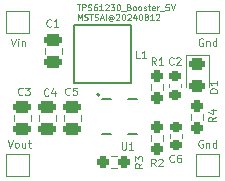
<source format=gbr>
%TF.GenerationSoftware,KiCad,Pcbnew,7.0.10*%
%TF.CreationDate,2024-08-19T14:49:08+08:00*%
%TF.ProjectId,TPS61230_Booster_5V_Layout-240812_JLCPCB,54505336-3132-4333-905f-426f6f737465,rev?*%
%TF.SameCoordinates,Original*%
%TF.FileFunction,Legend,Top*%
%TF.FilePolarity,Positive*%
%FSLAX46Y46*%
G04 Gerber Fmt 4.6, Leading zero omitted, Abs format (unit mm)*
G04 Created by KiCad (PCBNEW 7.0.10) date 2024-08-19 14:49:08*
%MOMM*%
%LPD*%
G01*
G04 APERTURE LIST*
G04 Aperture macros list*
%AMRoundRect*
0 Rectangle with rounded corners*
0 $1 Rounding radius*
0 $2 $3 $4 $5 $6 $7 $8 $9 X,Y pos of 4 corners*
0 Add a 4 corners polygon primitive as box body*
4,1,4,$2,$3,$4,$5,$6,$7,$8,$9,$2,$3,0*
0 Add four circle primitives for the rounded corners*
1,1,$1+$1,$2,$3*
1,1,$1+$1,$4,$5*
1,1,$1+$1,$6,$7*
1,1,$1+$1,$8,$9*
0 Add four rect primitives between the rounded corners*
20,1,$1+$1,$2,$3,$4,$5,0*
20,1,$1+$1,$4,$5,$6,$7,0*
20,1,$1+$1,$6,$7,$8,$9,0*
20,1,$1+$1,$8,$9,$2,$3,0*%
G04 Aperture macros list end*
%ADD10C,0.101600*%
%ADD11C,0.120000*%
%ADD12C,0.127000*%
%ADD13C,0.200000*%
%ADD14C,0.152400*%
%ADD15C,0.203200*%
%ADD16C,0.010000*%
%ADD17RoundRect,0.237500X0.250000X0.237500X-0.250000X0.237500X-0.250000X-0.237500X0.250000X-0.237500X0*%
%ADD18R,1.500000X1.500000*%
%ADD19RoundRect,0.225000X0.250000X-0.225000X0.250000X0.225000X-0.250000X0.225000X-0.250000X-0.225000X0*%
%ADD20RoundRect,0.243750X-0.456250X0.243750X-0.456250X-0.243750X0.456250X-0.243750X0.456250X0.243750X0*%
%ADD21RoundRect,0.237500X0.237500X-0.250000X0.237500X0.250000X-0.237500X0.250000X-0.237500X-0.250000X0*%
%ADD22RoundRect,0.250000X0.475000X-0.250000X0.475000X0.250000X-0.475000X0.250000X-0.475000X-0.250000X0*%
%ADD23R,3.708400X1.092200*%
%ADD24RoundRect,0.250000X-0.475000X0.250000X-0.475000X-0.250000X0.475000X-0.250000X0.475000X0.250000X0*%
G04 APERTURE END LIST*
D10*
X146397451Y-61059642D02*
X146336975Y-61029404D01*
X146336975Y-61029404D02*
X146246261Y-61029404D01*
X146246261Y-61029404D02*
X146155546Y-61059642D01*
X146155546Y-61059642D02*
X146095070Y-61120118D01*
X146095070Y-61120118D02*
X146064832Y-61180594D01*
X146064832Y-61180594D02*
X146034594Y-61301546D01*
X146034594Y-61301546D02*
X146034594Y-61392261D01*
X146034594Y-61392261D02*
X146064832Y-61513213D01*
X146064832Y-61513213D02*
X146095070Y-61573689D01*
X146095070Y-61573689D02*
X146155546Y-61634166D01*
X146155546Y-61634166D02*
X146246261Y-61664404D01*
X146246261Y-61664404D02*
X146306737Y-61664404D01*
X146306737Y-61664404D02*
X146397451Y-61634166D01*
X146397451Y-61634166D02*
X146427689Y-61603927D01*
X146427689Y-61603927D02*
X146427689Y-61392261D01*
X146427689Y-61392261D02*
X146306737Y-61392261D01*
X146699832Y-61241070D02*
X146699832Y-61664404D01*
X146699832Y-61301546D02*
X146730070Y-61271308D01*
X146730070Y-61271308D02*
X146790546Y-61241070D01*
X146790546Y-61241070D02*
X146881261Y-61241070D01*
X146881261Y-61241070D02*
X146941737Y-61271308D01*
X146941737Y-61271308D02*
X146971975Y-61331785D01*
X146971975Y-61331785D02*
X146971975Y-61664404D01*
X147546499Y-61664404D02*
X147546499Y-61029404D01*
X147546499Y-61634166D02*
X147486023Y-61664404D01*
X147486023Y-61664404D02*
X147365070Y-61664404D01*
X147365070Y-61664404D02*
X147304594Y-61634166D01*
X147304594Y-61634166D02*
X147274356Y-61603927D01*
X147274356Y-61603927D02*
X147244118Y-61543451D01*
X147244118Y-61543451D02*
X147244118Y-61362023D01*
X147244118Y-61362023D02*
X147274356Y-61301546D01*
X147274356Y-61301546D02*
X147304594Y-61271308D01*
X147304594Y-61271308D02*
X147365070Y-61241070D01*
X147365070Y-61241070D02*
X147486023Y-61241070D01*
X147486023Y-61241070D02*
X147546499Y-61271308D01*
X130149918Y-61054804D02*
X130361584Y-61689804D01*
X130361584Y-61689804D02*
X130573251Y-61054804D01*
X130784918Y-61689804D02*
X130784918Y-61266470D01*
X130784918Y-61054804D02*
X130754680Y-61085042D01*
X130754680Y-61085042D02*
X130784918Y-61115280D01*
X130784918Y-61115280D02*
X130815156Y-61085042D01*
X130815156Y-61085042D02*
X130784918Y-61054804D01*
X130784918Y-61054804D02*
X130784918Y-61115280D01*
X131087299Y-61266470D02*
X131087299Y-61689804D01*
X131087299Y-61326946D02*
X131117537Y-61296708D01*
X131117537Y-61296708D02*
X131178013Y-61266470D01*
X131178013Y-61266470D02*
X131268728Y-61266470D01*
X131268728Y-61266470D02*
X131329204Y-61296708D01*
X131329204Y-61296708D02*
X131359442Y-61357185D01*
X131359442Y-61357185D02*
X131359442Y-61689804D01*
X135725822Y-58144266D02*
X136016108Y-58144266D01*
X135870965Y-58652266D02*
X135870965Y-58144266D01*
X136185442Y-58652266D02*
X136185442Y-58144266D01*
X136185442Y-58144266D02*
X136378966Y-58144266D01*
X136378966Y-58144266D02*
X136427347Y-58168456D01*
X136427347Y-58168456D02*
X136451537Y-58192647D01*
X136451537Y-58192647D02*
X136475728Y-58241028D01*
X136475728Y-58241028D02*
X136475728Y-58313599D01*
X136475728Y-58313599D02*
X136451537Y-58361980D01*
X136451537Y-58361980D02*
X136427347Y-58386171D01*
X136427347Y-58386171D02*
X136378966Y-58410361D01*
X136378966Y-58410361D02*
X136185442Y-58410361D01*
X136669251Y-58628076D02*
X136741823Y-58652266D01*
X136741823Y-58652266D02*
X136862775Y-58652266D01*
X136862775Y-58652266D02*
X136911156Y-58628076D01*
X136911156Y-58628076D02*
X136935347Y-58603885D01*
X136935347Y-58603885D02*
X136959537Y-58555504D01*
X136959537Y-58555504D02*
X136959537Y-58507123D01*
X136959537Y-58507123D02*
X136935347Y-58458742D01*
X136935347Y-58458742D02*
X136911156Y-58434552D01*
X136911156Y-58434552D02*
X136862775Y-58410361D01*
X136862775Y-58410361D02*
X136766013Y-58386171D01*
X136766013Y-58386171D02*
X136717632Y-58361980D01*
X136717632Y-58361980D02*
X136693442Y-58337790D01*
X136693442Y-58337790D02*
X136669251Y-58289409D01*
X136669251Y-58289409D02*
X136669251Y-58241028D01*
X136669251Y-58241028D02*
X136693442Y-58192647D01*
X136693442Y-58192647D02*
X136717632Y-58168456D01*
X136717632Y-58168456D02*
X136766013Y-58144266D01*
X136766013Y-58144266D02*
X136886966Y-58144266D01*
X136886966Y-58144266D02*
X136959537Y-58168456D01*
X137394966Y-58144266D02*
X137298204Y-58144266D01*
X137298204Y-58144266D02*
X137249823Y-58168456D01*
X137249823Y-58168456D02*
X137225633Y-58192647D01*
X137225633Y-58192647D02*
X137177252Y-58265218D01*
X137177252Y-58265218D02*
X137153061Y-58361980D01*
X137153061Y-58361980D02*
X137153061Y-58555504D01*
X137153061Y-58555504D02*
X137177252Y-58603885D01*
X137177252Y-58603885D02*
X137201442Y-58628076D01*
X137201442Y-58628076D02*
X137249823Y-58652266D01*
X137249823Y-58652266D02*
X137346585Y-58652266D01*
X137346585Y-58652266D02*
X137394966Y-58628076D01*
X137394966Y-58628076D02*
X137419157Y-58603885D01*
X137419157Y-58603885D02*
X137443347Y-58555504D01*
X137443347Y-58555504D02*
X137443347Y-58434552D01*
X137443347Y-58434552D02*
X137419157Y-58386171D01*
X137419157Y-58386171D02*
X137394966Y-58361980D01*
X137394966Y-58361980D02*
X137346585Y-58337790D01*
X137346585Y-58337790D02*
X137249823Y-58337790D01*
X137249823Y-58337790D02*
X137201442Y-58361980D01*
X137201442Y-58361980D02*
X137177252Y-58386171D01*
X137177252Y-58386171D02*
X137153061Y-58434552D01*
X137927157Y-58652266D02*
X137636871Y-58652266D01*
X137782014Y-58652266D02*
X137782014Y-58144266D01*
X137782014Y-58144266D02*
X137733633Y-58216837D01*
X137733633Y-58216837D02*
X137685252Y-58265218D01*
X137685252Y-58265218D02*
X137636871Y-58289409D01*
X138120681Y-58192647D02*
X138144872Y-58168456D01*
X138144872Y-58168456D02*
X138193253Y-58144266D01*
X138193253Y-58144266D02*
X138314205Y-58144266D01*
X138314205Y-58144266D02*
X138362586Y-58168456D01*
X138362586Y-58168456D02*
X138386777Y-58192647D01*
X138386777Y-58192647D02*
X138410967Y-58241028D01*
X138410967Y-58241028D02*
X138410967Y-58289409D01*
X138410967Y-58289409D02*
X138386777Y-58361980D01*
X138386777Y-58361980D02*
X138096491Y-58652266D01*
X138096491Y-58652266D02*
X138410967Y-58652266D01*
X138580301Y-58144266D02*
X138894777Y-58144266D01*
X138894777Y-58144266D02*
X138725444Y-58337790D01*
X138725444Y-58337790D02*
X138798015Y-58337790D01*
X138798015Y-58337790D02*
X138846396Y-58361980D01*
X138846396Y-58361980D02*
X138870587Y-58386171D01*
X138870587Y-58386171D02*
X138894777Y-58434552D01*
X138894777Y-58434552D02*
X138894777Y-58555504D01*
X138894777Y-58555504D02*
X138870587Y-58603885D01*
X138870587Y-58603885D02*
X138846396Y-58628076D01*
X138846396Y-58628076D02*
X138798015Y-58652266D01*
X138798015Y-58652266D02*
X138652872Y-58652266D01*
X138652872Y-58652266D02*
X138604491Y-58628076D01*
X138604491Y-58628076D02*
X138580301Y-58603885D01*
X139209254Y-58144266D02*
X139257635Y-58144266D01*
X139257635Y-58144266D02*
X139306016Y-58168456D01*
X139306016Y-58168456D02*
X139330206Y-58192647D01*
X139330206Y-58192647D02*
X139354397Y-58241028D01*
X139354397Y-58241028D02*
X139378587Y-58337790D01*
X139378587Y-58337790D02*
X139378587Y-58458742D01*
X139378587Y-58458742D02*
X139354397Y-58555504D01*
X139354397Y-58555504D02*
X139330206Y-58603885D01*
X139330206Y-58603885D02*
X139306016Y-58628076D01*
X139306016Y-58628076D02*
X139257635Y-58652266D01*
X139257635Y-58652266D02*
X139209254Y-58652266D01*
X139209254Y-58652266D02*
X139160873Y-58628076D01*
X139160873Y-58628076D02*
X139136682Y-58603885D01*
X139136682Y-58603885D02*
X139112492Y-58555504D01*
X139112492Y-58555504D02*
X139088301Y-58458742D01*
X139088301Y-58458742D02*
X139088301Y-58337790D01*
X139088301Y-58337790D02*
X139112492Y-58241028D01*
X139112492Y-58241028D02*
X139136682Y-58192647D01*
X139136682Y-58192647D02*
X139160873Y-58168456D01*
X139160873Y-58168456D02*
X139209254Y-58144266D01*
X139475350Y-58700647D02*
X139862397Y-58700647D01*
X140152683Y-58386171D02*
X140225255Y-58410361D01*
X140225255Y-58410361D02*
X140249445Y-58434552D01*
X140249445Y-58434552D02*
X140273636Y-58482933D01*
X140273636Y-58482933D02*
X140273636Y-58555504D01*
X140273636Y-58555504D02*
X140249445Y-58603885D01*
X140249445Y-58603885D02*
X140225255Y-58628076D01*
X140225255Y-58628076D02*
X140176874Y-58652266D01*
X140176874Y-58652266D02*
X139983350Y-58652266D01*
X139983350Y-58652266D02*
X139983350Y-58144266D01*
X139983350Y-58144266D02*
X140152683Y-58144266D01*
X140152683Y-58144266D02*
X140201064Y-58168456D01*
X140201064Y-58168456D02*
X140225255Y-58192647D01*
X140225255Y-58192647D02*
X140249445Y-58241028D01*
X140249445Y-58241028D02*
X140249445Y-58289409D01*
X140249445Y-58289409D02*
X140225255Y-58337790D01*
X140225255Y-58337790D02*
X140201064Y-58361980D01*
X140201064Y-58361980D02*
X140152683Y-58386171D01*
X140152683Y-58386171D02*
X139983350Y-58386171D01*
X140563921Y-58652266D02*
X140515540Y-58628076D01*
X140515540Y-58628076D02*
X140491350Y-58603885D01*
X140491350Y-58603885D02*
X140467159Y-58555504D01*
X140467159Y-58555504D02*
X140467159Y-58410361D01*
X140467159Y-58410361D02*
X140491350Y-58361980D01*
X140491350Y-58361980D02*
X140515540Y-58337790D01*
X140515540Y-58337790D02*
X140563921Y-58313599D01*
X140563921Y-58313599D02*
X140636493Y-58313599D01*
X140636493Y-58313599D02*
X140684874Y-58337790D01*
X140684874Y-58337790D02*
X140709064Y-58361980D01*
X140709064Y-58361980D02*
X140733255Y-58410361D01*
X140733255Y-58410361D02*
X140733255Y-58555504D01*
X140733255Y-58555504D02*
X140709064Y-58603885D01*
X140709064Y-58603885D02*
X140684874Y-58628076D01*
X140684874Y-58628076D02*
X140636493Y-58652266D01*
X140636493Y-58652266D02*
X140563921Y-58652266D01*
X141023540Y-58652266D02*
X140975159Y-58628076D01*
X140975159Y-58628076D02*
X140950969Y-58603885D01*
X140950969Y-58603885D02*
X140926778Y-58555504D01*
X140926778Y-58555504D02*
X140926778Y-58410361D01*
X140926778Y-58410361D02*
X140950969Y-58361980D01*
X140950969Y-58361980D02*
X140975159Y-58337790D01*
X140975159Y-58337790D02*
X141023540Y-58313599D01*
X141023540Y-58313599D02*
X141096112Y-58313599D01*
X141096112Y-58313599D02*
X141144493Y-58337790D01*
X141144493Y-58337790D02*
X141168683Y-58361980D01*
X141168683Y-58361980D02*
X141192874Y-58410361D01*
X141192874Y-58410361D02*
X141192874Y-58555504D01*
X141192874Y-58555504D02*
X141168683Y-58603885D01*
X141168683Y-58603885D02*
X141144493Y-58628076D01*
X141144493Y-58628076D02*
X141096112Y-58652266D01*
X141096112Y-58652266D02*
X141023540Y-58652266D01*
X141386397Y-58628076D02*
X141434778Y-58652266D01*
X141434778Y-58652266D02*
X141531540Y-58652266D01*
X141531540Y-58652266D02*
X141579921Y-58628076D01*
X141579921Y-58628076D02*
X141604112Y-58579695D01*
X141604112Y-58579695D02*
X141604112Y-58555504D01*
X141604112Y-58555504D02*
X141579921Y-58507123D01*
X141579921Y-58507123D02*
X141531540Y-58482933D01*
X141531540Y-58482933D02*
X141458969Y-58482933D01*
X141458969Y-58482933D02*
X141410588Y-58458742D01*
X141410588Y-58458742D02*
X141386397Y-58410361D01*
X141386397Y-58410361D02*
X141386397Y-58386171D01*
X141386397Y-58386171D02*
X141410588Y-58337790D01*
X141410588Y-58337790D02*
X141458969Y-58313599D01*
X141458969Y-58313599D02*
X141531540Y-58313599D01*
X141531540Y-58313599D02*
X141579921Y-58337790D01*
X141749254Y-58313599D02*
X141942778Y-58313599D01*
X141821826Y-58144266D02*
X141821826Y-58579695D01*
X141821826Y-58579695D02*
X141846016Y-58628076D01*
X141846016Y-58628076D02*
X141894397Y-58652266D01*
X141894397Y-58652266D02*
X141942778Y-58652266D01*
X142305636Y-58628076D02*
X142257255Y-58652266D01*
X142257255Y-58652266D02*
X142160493Y-58652266D01*
X142160493Y-58652266D02*
X142112112Y-58628076D01*
X142112112Y-58628076D02*
X142087921Y-58579695D01*
X142087921Y-58579695D02*
X142087921Y-58386171D01*
X142087921Y-58386171D02*
X142112112Y-58337790D01*
X142112112Y-58337790D02*
X142160493Y-58313599D01*
X142160493Y-58313599D02*
X142257255Y-58313599D01*
X142257255Y-58313599D02*
X142305636Y-58337790D01*
X142305636Y-58337790D02*
X142329826Y-58386171D01*
X142329826Y-58386171D02*
X142329826Y-58434552D01*
X142329826Y-58434552D02*
X142087921Y-58482933D01*
X142547541Y-58652266D02*
X142547541Y-58313599D01*
X142547541Y-58410361D02*
X142571731Y-58361980D01*
X142571731Y-58361980D02*
X142595922Y-58337790D01*
X142595922Y-58337790D02*
X142644303Y-58313599D01*
X142644303Y-58313599D02*
X142692684Y-58313599D01*
X142741065Y-58700647D02*
X143128112Y-58700647D01*
X143490970Y-58144266D02*
X143249065Y-58144266D01*
X143249065Y-58144266D02*
X143224874Y-58386171D01*
X143224874Y-58386171D02*
X143249065Y-58361980D01*
X143249065Y-58361980D02*
X143297446Y-58337790D01*
X143297446Y-58337790D02*
X143418398Y-58337790D01*
X143418398Y-58337790D02*
X143466779Y-58361980D01*
X143466779Y-58361980D02*
X143490970Y-58386171D01*
X143490970Y-58386171D02*
X143515160Y-58434552D01*
X143515160Y-58434552D02*
X143515160Y-58555504D01*
X143515160Y-58555504D02*
X143490970Y-58603885D01*
X143490970Y-58603885D02*
X143466779Y-58628076D01*
X143466779Y-58628076D02*
X143418398Y-58652266D01*
X143418398Y-58652266D02*
X143297446Y-58652266D01*
X143297446Y-58652266D02*
X143249065Y-58628076D01*
X143249065Y-58628076D02*
X143224874Y-58603885D01*
X143660303Y-58144266D02*
X143829637Y-58652266D01*
X143829637Y-58652266D02*
X143998970Y-58144266D01*
X135798394Y-59470146D02*
X135798394Y-58962146D01*
X135798394Y-58962146D02*
X135967727Y-59325003D01*
X135967727Y-59325003D02*
X136137061Y-58962146D01*
X136137061Y-58962146D02*
X136137061Y-59470146D01*
X136354774Y-59445956D02*
X136427346Y-59470146D01*
X136427346Y-59470146D02*
X136548298Y-59470146D01*
X136548298Y-59470146D02*
X136596679Y-59445956D01*
X136596679Y-59445956D02*
X136620870Y-59421765D01*
X136620870Y-59421765D02*
X136645060Y-59373384D01*
X136645060Y-59373384D02*
X136645060Y-59325003D01*
X136645060Y-59325003D02*
X136620870Y-59276622D01*
X136620870Y-59276622D02*
X136596679Y-59252432D01*
X136596679Y-59252432D02*
X136548298Y-59228241D01*
X136548298Y-59228241D02*
X136451536Y-59204051D01*
X136451536Y-59204051D02*
X136403155Y-59179860D01*
X136403155Y-59179860D02*
X136378965Y-59155670D01*
X136378965Y-59155670D02*
X136354774Y-59107289D01*
X136354774Y-59107289D02*
X136354774Y-59058908D01*
X136354774Y-59058908D02*
X136378965Y-59010527D01*
X136378965Y-59010527D02*
X136403155Y-58986336D01*
X136403155Y-58986336D02*
X136451536Y-58962146D01*
X136451536Y-58962146D02*
X136572489Y-58962146D01*
X136572489Y-58962146D02*
X136645060Y-58986336D01*
X136790203Y-58962146D02*
X137080489Y-58962146D01*
X136935346Y-59470146D02*
X136935346Y-58962146D01*
X137225632Y-59445956D02*
X137298204Y-59470146D01*
X137298204Y-59470146D02*
X137419156Y-59470146D01*
X137419156Y-59470146D02*
X137467537Y-59445956D01*
X137467537Y-59445956D02*
X137491728Y-59421765D01*
X137491728Y-59421765D02*
X137515918Y-59373384D01*
X137515918Y-59373384D02*
X137515918Y-59325003D01*
X137515918Y-59325003D02*
X137491728Y-59276622D01*
X137491728Y-59276622D02*
X137467537Y-59252432D01*
X137467537Y-59252432D02*
X137419156Y-59228241D01*
X137419156Y-59228241D02*
X137322394Y-59204051D01*
X137322394Y-59204051D02*
X137274013Y-59179860D01*
X137274013Y-59179860D02*
X137249823Y-59155670D01*
X137249823Y-59155670D02*
X137225632Y-59107289D01*
X137225632Y-59107289D02*
X137225632Y-59058908D01*
X137225632Y-59058908D02*
X137249823Y-59010527D01*
X137249823Y-59010527D02*
X137274013Y-58986336D01*
X137274013Y-58986336D02*
X137322394Y-58962146D01*
X137322394Y-58962146D02*
X137443347Y-58962146D01*
X137443347Y-58962146D02*
X137515918Y-58986336D01*
X137709442Y-59325003D02*
X137951347Y-59325003D01*
X137661061Y-59470146D02*
X137830395Y-58962146D01*
X137830395Y-58962146D02*
X137999728Y-59470146D01*
X138169062Y-59470146D02*
X138169062Y-58962146D01*
X138725443Y-59228241D02*
X138701253Y-59204051D01*
X138701253Y-59204051D02*
X138652872Y-59179860D01*
X138652872Y-59179860D02*
X138604491Y-59179860D01*
X138604491Y-59179860D02*
X138556110Y-59204051D01*
X138556110Y-59204051D02*
X138531919Y-59228241D01*
X138531919Y-59228241D02*
X138507729Y-59276622D01*
X138507729Y-59276622D02*
X138507729Y-59325003D01*
X138507729Y-59325003D02*
X138531919Y-59373384D01*
X138531919Y-59373384D02*
X138556110Y-59397575D01*
X138556110Y-59397575D02*
X138604491Y-59421765D01*
X138604491Y-59421765D02*
X138652872Y-59421765D01*
X138652872Y-59421765D02*
X138701253Y-59397575D01*
X138701253Y-59397575D02*
X138725443Y-59373384D01*
X138725443Y-59179860D02*
X138725443Y-59373384D01*
X138725443Y-59373384D02*
X138749634Y-59397575D01*
X138749634Y-59397575D02*
X138773824Y-59397575D01*
X138773824Y-59397575D02*
X138822205Y-59373384D01*
X138822205Y-59373384D02*
X138846395Y-59325003D01*
X138846395Y-59325003D02*
X138846395Y-59204051D01*
X138846395Y-59204051D02*
X138798015Y-59131479D01*
X138798015Y-59131479D02*
X138725443Y-59083098D01*
X138725443Y-59083098D02*
X138628681Y-59058908D01*
X138628681Y-59058908D02*
X138531919Y-59083098D01*
X138531919Y-59083098D02*
X138459348Y-59131479D01*
X138459348Y-59131479D02*
X138410967Y-59204051D01*
X138410967Y-59204051D02*
X138386776Y-59300813D01*
X138386776Y-59300813D02*
X138410967Y-59397575D01*
X138410967Y-59397575D02*
X138459348Y-59470146D01*
X138459348Y-59470146D02*
X138531919Y-59518527D01*
X138531919Y-59518527D02*
X138628681Y-59542717D01*
X138628681Y-59542717D02*
X138725443Y-59518527D01*
X138725443Y-59518527D02*
X138798015Y-59470146D01*
X139039919Y-59010527D02*
X139064110Y-58986336D01*
X139064110Y-58986336D02*
X139112491Y-58962146D01*
X139112491Y-58962146D02*
X139233443Y-58962146D01*
X139233443Y-58962146D02*
X139281824Y-58986336D01*
X139281824Y-58986336D02*
X139306015Y-59010527D01*
X139306015Y-59010527D02*
X139330205Y-59058908D01*
X139330205Y-59058908D02*
X139330205Y-59107289D01*
X139330205Y-59107289D02*
X139306015Y-59179860D01*
X139306015Y-59179860D02*
X139015729Y-59470146D01*
X139015729Y-59470146D02*
X139330205Y-59470146D01*
X139644682Y-58962146D02*
X139693063Y-58962146D01*
X139693063Y-58962146D02*
X139741444Y-58986336D01*
X139741444Y-58986336D02*
X139765634Y-59010527D01*
X139765634Y-59010527D02*
X139789825Y-59058908D01*
X139789825Y-59058908D02*
X139814015Y-59155670D01*
X139814015Y-59155670D02*
X139814015Y-59276622D01*
X139814015Y-59276622D02*
X139789825Y-59373384D01*
X139789825Y-59373384D02*
X139765634Y-59421765D01*
X139765634Y-59421765D02*
X139741444Y-59445956D01*
X139741444Y-59445956D02*
X139693063Y-59470146D01*
X139693063Y-59470146D02*
X139644682Y-59470146D01*
X139644682Y-59470146D02*
X139596301Y-59445956D01*
X139596301Y-59445956D02*
X139572110Y-59421765D01*
X139572110Y-59421765D02*
X139547920Y-59373384D01*
X139547920Y-59373384D02*
X139523729Y-59276622D01*
X139523729Y-59276622D02*
X139523729Y-59155670D01*
X139523729Y-59155670D02*
X139547920Y-59058908D01*
X139547920Y-59058908D02*
X139572110Y-59010527D01*
X139572110Y-59010527D02*
X139596301Y-58986336D01*
X139596301Y-58986336D02*
X139644682Y-58962146D01*
X140007539Y-59010527D02*
X140031730Y-58986336D01*
X140031730Y-58986336D02*
X140080111Y-58962146D01*
X140080111Y-58962146D02*
X140201063Y-58962146D01*
X140201063Y-58962146D02*
X140249444Y-58986336D01*
X140249444Y-58986336D02*
X140273635Y-59010527D01*
X140273635Y-59010527D02*
X140297825Y-59058908D01*
X140297825Y-59058908D02*
X140297825Y-59107289D01*
X140297825Y-59107289D02*
X140273635Y-59179860D01*
X140273635Y-59179860D02*
X139983349Y-59470146D01*
X139983349Y-59470146D02*
X140297825Y-59470146D01*
X140733254Y-59131479D02*
X140733254Y-59470146D01*
X140612302Y-58937956D02*
X140491349Y-59300813D01*
X140491349Y-59300813D02*
X140805826Y-59300813D01*
X141096112Y-58962146D02*
X141144493Y-58962146D01*
X141144493Y-58962146D02*
X141192874Y-58986336D01*
X141192874Y-58986336D02*
X141217064Y-59010527D01*
X141217064Y-59010527D02*
X141241255Y-59058908D01*
X141241255Y-59058908D02*
X141265445Y-59155670D01*
X141265445Y-59155670D02*
X141265445Y-59276622D01*
X141265445Y-59276622D02*
X141241255Y-59373384D01*
X141241255Y-59373384D02*
X141217064Y-59421765D01*
X141217064Y-59421765D02*
X141192874Y-59445956D01*
X141192874Y-59445956D02*
X141144493Y-59470146D01*
X141144493Y-59470146D02*
X141096112Y-59470146D01*
X141096112Y-59470146D02*
X141047731Y-59445956D01*
X141047731Y-59445956D02*
X141023540Y-59421765D01*
X141023540Y-59421765D02*
X140999350Y-59373384D01*
X140999350Y-59373384D02*
X140975159Y-59276622D01*
X140975159Y-59276622D02*
X140975159Y-59155670D01*
X140975159Y-59155670D02*
X140999350Y-59058908D01*
X140999350Y-59058908D02*
X141023540Y-59010527D01*
X141023540Y-59010527D02*
X141047731Y-58986336D01*
X141047731Y-58986336D02*
X141096112Y-58962146D01*
X141555731Y-59179860D02*
X141507350Y-59155670D01*
X141507350Y-59155670D02*
X141483160Y-59131479D01*
X141483160Y-59131479D02*
X141458969Y-59083098D01*
X141458969Y-59083098D02*
X141458969Y-59058908D01*
X141458969Y-59058908D02*
X141483160Y-59010527D01*
X141483160Y-59010527D02*
X141507350Y-58986336D01*
X141507350Y-58986336D02*
X141555731Y-58962146D01*
X141555731Y-58962146D02*
X141652493Y-58962146D01*
X141652493Y-58962146D02*
X141700874Y-58986336D01*
X141700874Y-58986336D02*
X141725065Y-59010527D01*
X141725065Y-59010527D02*
X141749255Y-59058908D01*
X141749255Y-59058908D02*
X141749255Y-59083098D01*
X141749255Y-59083098D02*
X141725065Y-59131479D01*
X141725065Y-59131479D02*
X141700874Y-59155670D01*
X141700874Y-59155670D02*
X141652493Y-59179860D01*
X141652493Y-59179860D02*
X141555731Y-59179860D01*
X141555731Y-59179860D02*
X141507350Y-59204051D01*
X141507350Y-59204051D02*
X141483160Y-59228241D01*
X141483160Y-59228241D02*
X141458969Y-59276622D01*
X141458969Y-59276622D02*
X141458969Y-59373384D01*
X141458969Y-59373384D02*
X141483160Y-59421765D01*
X141483160Y-59421765D02*
X141507350Y-59445956D01*
X141507350Y-59445956D02*
X141555731Y-59470146D01*
X141555731Y-59470146D02*
X141652493Y-59470146D01*
X141652493Y-59470146D02*
X141700874Y-59445956D01*
X141700874Y-59445956D02*
X141725065Y-59421765D01*
X141725065Y-59421765D02*
X141749255Y-59373384D01*
X141749255Y-59373384D02*
X141749255Y-59276622D01*
X141749255Y-59276622D02*
X141725065Y-59228241D01*
X141725065Y-59228241D02*
X141700874Y-59204051D01*
X141700874Y-59204051D02*
X141652493Y-59179860D01*
X142233065Y-59470146D02*
X141942779Y-59470146D01*
X142087922Y-59470146D02*
X142087922Y-58962146D01*
X142087922Y-58962146D02*
X142039541Y-59034717D01*
X142039541Y-59034717D02*
X141991160Y-59083098D01*
X141991160Y-59083098D02*
X141942779Y-59107289D01*
X142426589Y-59010527D02*
X142450780Y-58986336D01*
X142450780Y-58986336D02*
X142499161Y-58962146D01*
X142499161Y-58962146D02*
X142620113Y-58962146D01*
X142620113Y-58962146D02*
X142668494Y-58986336D01*
X142668494Y-58986336D02*
X142692685Y-59010527D01*
X142692685Y-59010527D02*
X142716875Y-59058908D01*
X142716875Y-59058908D02*
X142716875Y-59107289D01*
X142716875Y-59107289D02*
X142692685Y-59179860D01*
X142692685Y-59179860D02*
X142402399Y-59470146D01*
X142402399Y-59470146D02*
X142716875Y-59470146D01*
X146372051Y-69670242D02*
X146311575Y-69640004D01*
X146311575Y-69640004D02*
X146220861Y-69640004D01*
X146220861Y-69640004D02*
X146130146Y-69670242D01*
X146130146Y-69670242D02*
X146069670Y-69730718D01*
X146069670Y-69730718D02*
X146039432Y-69791194D01*
X146039432Y-69791194D02*
X146009194Y-69912146D01*
X146009194Y-69912146D02*
X146009194Y-70002861D01*
X146009194Y-70002861D02*
X146039432Y-70123813D01*
X146039432Y-70123813D02*
X146069670Y-70184289D01*
X146069670Y-70184289D02*
X146130146Y-70244766D01*
X146130146Y-70244766D02*
X146220861Y-70275004D01*
X146220861Y-70275004D02*
X146281337Y-70275004D01*
X146281337Y-70275004D02*
X146372051Y-70244766D01*
X146372051Y-70244766D02*
X146402289Y-70214527D01*
X146402289Y-70214527D02*
X146402289Y-70002861D01*
X146402289Y-70002861D02*
X146281337Y-70002861D01*
X146674432Y-69851670D02*
X146674432Y-70275004D01*
X146674432Y-69912146D02*
X146704670Y-69881908D01*
X146704670Y-69881908D02*
X146765146Y-69851670D01*
X146765146Y-69851670D02*
X146855861Y-69851670D01*
X146855861Y-69851670D02*
X146916337Y-69881908D01*
X146916337Y-69881908D02*
X146946575Y-69942385D01*
X146946575Y-69942385D02*
X146946575Y-70275004D01*
X147521099Y-70275004D02*
X147521099Y-69640004D01*
X147521099Y-70244766D02*
X147460623Y-70275004D01*
X147460623Y-70275004D02*
X147339670Y-70275004D01*
X147339670Y-70275004D02*
X147279194Y-70244766D01*
X147279194Y-70244766D02*
X147248956Y-70214527D01*
X147248956Y-70214527D02*
X147218718Y-70154051D01*
X147218718Y-70154051D02*
X147218718Y-69972623D01*
X147218718Y-69972623D02*
X147248956Y-69912146D01*
X147248956Y-69912146D02*
X147279194Y-69881908D01*
X147279194Y-69881908D02*
X147339670Y-69851670D01*
X147339670Y-69851670D02*
X147460623Y-69851670D01*
X147460623Y-69851670D02*
X147521099Y-69881908D01*
X129870518Y-69640004D02*
X130082184Y-70275004D01*
X130082184Y-70275004D02*
X130293851Y-69640004D01*
X130596232Y-70275004D02*
X130535756Y-70244766D01*
X130535756Y-70244766D02*
X130505518Y-70214527D01*
X130505518Y-70214527D02*
X130475280Y-70154051D01*
X130475280Y-70154051D02*
X130475280Y-69972623D01*
X130475280Y-69972623D02*
X130505518Y-69912146D01*
X130505518Y-69912146D02*
X130535756Y-69881908D01*
X130535756Y-69881908D02*
X130596232Y-69851670D01*
X130596232Y-69851670D02*
X130686947Y-69851670D01*
X130686947Y-69851670D02*
X130747423Y-69881908D01*
X130747423Y-69881908D02*
X130777661Y-69912146D01*
X130777661Y-69912146D02*
X130807899Y-69972623D01*
X130807899Y-69972623D02*
X130807899Y-70154051D01*
X130807899Y-70154051D02*
X130777661Y-70214527D01*
X130777661Y-70214527D02*
X130747423Y-70244766D01*
X130747423Y-70244766D02*
X130686947Y-70275004D01*
X130686947Y-70275004D02*
X130596232Y-70275004D01*
X131352185Y-69851670D02*
X131352185Y-70275004D01*
X131080042Y-69851670D02*
X131080042Y-70184289D01*
X131080042Y-70184289D02*
X131110280Y-70244766D01*
X131110280Y-70244766D02*
X131170756Y-70275004D01*
X131170756Y-70275004D02*
X131261471Y-70275004D01*
X131261471Y-70275004D02*
X131321947Y-70244766D01*
X131321947Y-70244766D02*
X131352185Y-70214527D01*
X131563852Y-69851670D02*
X131805756Y-69851670D01*
X131654566Y-69640004D02*
X131654566Y-70184289D01*
X131654566Y-70184289D02*
X131684804Y-70244766D01*
X131684804Y-70244766D02*
X131745280Y-70275004D01*
X131745280Y-70275004D02*
X131805756Y-70275004D01*
X141278979Y-71606833D02*
X140976598Y-71818500D01*
X141278979Y-71969690D02*
X140643979Y-71969690D01*
X140643979Y-71969690D02*
X140643979Y-71727785D01*
X140643979Y-71727785D02*
X140674217Y-71667309D01*
X140674217Y-71667309D02*
X140704455Y-71637071D01*
X140704455Y-71637071D02*
X140764931Y-71606833D01*
X140764931Y-71606833D02*
X140855645Y-71606833D01*
X140855645Y-71606833D02*
X140916121Y-71637071D01*
X140916121Y-71637071D02*
X140946360Y-71667309D01*
X140946360Y-71667309D02*
X140976598Y-71727785D01*
X140976598Y-71727785D02*
X140976598Y-71969690D01*
X140643979Y-71395166D02*
X140643979Y-71002071D01*
X140643979Y-71002071D02*
X140885883Y-71213738D01*
X140885883Y-71213738D02*
X140885883Y-71123023D01*
X140885883Y-71123023D02*
X140916121Y-71062547D01*
X140916121Y-71062547D02*
X140946360Y-71032309D01*
X140946360Y-71032309D02*
X141006836Y-71002071D01*
X141006836Y-71002071D02*
X141158026Y-71002071D01*
X141158026Y-71002071D02*
X141218502Y-71032309D01*
X141218502Y-71032309D02*
X141248741Y-71062547D01*
X141248741Y-71062547D02*
X141278979Y-71123023D01*
X141278979Y-71123023D02*
X141278979Y-71304452D01*
X141278979Y-71304452D02*
X141248741Y-71364928D01*
X141248741Y-71364928D02*
X141218502Y-71395166D01*
X139520990Y-69833679D02*
X139520990Y-70347726D01*
X139520990Y-70347726D02*
X139551228Y-70408202D01*
X139551228Y-70408202D02*
X139581466Y-70438441D01*
X139581466Y-70438441D02*
X139641942Y-70468679D01*
X139641942Y-70468679D02*
X139762895Y-70468679D01*
X139762895Y-70468679D02*
X139823371Y-70438441D01*
X139823371Y-70438441D02*
X139853609Y-70408202D01*
X139853609Y-70408202D02*
X139883847Y-70347726D01*
X139883847Y-70347726D02*
X139883847Y-69833679D01*
X140518847Y-70468679D02*
X140155990Y-70468679D01*
X140337418Y-70468679D02*
X140337418Y-69833679D01*
X140337418Y-69833679D02*
X140276942Y-69924393D01*
X140276942Y-69924393D02*
X140216466Y-69984869D01*
X140216466Y-69984869D02*
X140155990Y-70015107D01*
X143912166Y-63194602D02*
X143881928Y-63224841D01*
X143881928Y-63224841D02*
X143791214Y-63255079D01*
X143791214Y-63255079D02*
X143730738Y-63255079D01*
X143730738Y-63255079D02*
X143640023Y-63224841D01*
X143640023Y-63224841D02*
X143579547Y-63164364D01*
X143579547Y-63164364D02*
X143549309Y-63103888D01*
X143549309Y-63103888D02*
X143519071Y-62982936D01*
X143519071Y-62982936D02*
X143519071Y-62892221D01*
X143519071Y-62892221D02*
X143549309Y-62771269D01*
X143549309Y-62771269D02*
X143579547Y-62710793D01*
X143579547Y-62710793D02*
X143640023Y-62650317D01*
X143640023Y-62650317D02*
X143730738Y-62620079D01*
X143730738Y-62620079D02*
X143791214Y-62620079D01*
X143791214Y-62620079D02*
X143881928Y-62650317D01*
X143881928Y-62650317D02*
X143912166Y-62680555D01*
X144154071Y-62680555D02*
X144184309Y-62650317D01*
X144184309Y-62650317D02*
X144244785Y-62620079D01*
X144244785Y-62620079D02*
X144395976Y-62620079D01*
X144395976Y-62620079D02*
X144456452Y-62650317D01*
X144456452Y-62650317D02*
X144486690Y-62680555D01*
X144486690Y-62680555D02*
X144516928Y-62741031D01*
X144516928Y-62741031D02*
X144516928Y-62801507D01*
X144516928Y-62801507D02*
X144486690Y-62892221D01*
X144486690Y-62892221D02*
X144123833Y-63255079D01*
X144123833Y-63255079D02*
X144516928Y-63255079D01*
X147608479Y-65619690D02*
X146973479Y-65619690D01*
X146973479Y-65619690D02*
X146973479Y-65468500D01*
X146973479Y-65468500D02*
X147003717Y-65377785D01*
X147003717Y-65377785D02*
X147064193Y-65317309D01*
X147064193Y-65317309D02*
X147124669Y-65287071D01*
X147124669Y-65287071D02*
X147245621Y-65256833D01*
X147245621Y-65256833D02*
X147336336Y-65256833D01*
X147336336Y-65256833D02*
X147457288Y-65287071D01*
X147457288Y-65287071D02*
X147517764Y-65317309D01*
X147517764Y-65317309D02*
X147578241Y-65377785D01*
X147578241Y-65377785D02*
X147608479Y-65468500D01*
X147608479Y-65468500D02*
X147608479Y-65619690D01*
X147608479Y-64652071D02*
X147608479Y-65014928D01*
X147608479Y-64833500D02*
X146973479Y-64833500D01*
X146973479Y-64833500D02*
X147064193Y-64893976D01*
X147064193Y-64893976D02*
X147124669Y-64954452D01*
X147124669Y-64954452D02*
X147154907Y-65014928D01*
X142388166Y-71865679D02*
X142176499Y-71563298D01*
X142025309Y-71865679D02*
X142025309Y-71230679D01*
X142025309Y-71230679D02*
X142267214Y-71230679D01*
X142267214Y-71230679D02*
X142327690Y-71260917D01*
X142327690Y-71260917D02*
X142357928Y-71291155D01*
X142357928Y-71291155D02*
X142388166Y-71351631D01*
X142388166Y-71351631D02*
X142388166Y-71442345D01*
X142388166Y-71442345D02*
X142357928Y-71502821D01*
X142357928Y-71502821D02*
X142327690Y-71533060D01*
X142327690Y-71533060D02*
X142267214Y-71563298D01*
X142267214Y-71563298D02*
X142025309Y-71563298D01*
X142630071Y-71291155D02*
X142660309Y-71260917D01*
X142660309Y-71260917D02*
X142720785Y-71230679D01*
X142720785Y-71230679D02*
X142871976Y-71230679D01*
X142871976Y-71230679D02*
X142932452Y-71260917D01*
X142932452Y-71260917D02*
X142962690Y-71291155D01*
X142962690Y-71291155D02*
X142992928Y-71351631D01*
X142992928Y-71351631D02*
X142992928Y-71412107D01*
X142992928Y-71412107D02*
X142962690Y-71502821D01*
X142962690Y-71502821D02*
X142599833Y-71865679D01*
X142599833Y-71865679D02*
X142992928Y-71865679D01*
X135123766Y-65770202D02*
X135093528Y-65800441D01*
X135093528Y-65800441D02*
X135002814Y-65830679D01*
X135002814Y-65830679D02*
X134942338Y-65830679D01*
X134942338Y-65830679D02*
X134851623Y-65800441D01*
X134851623Y-65800441D02*
X134791147Y-65739964D01*
X134791147Y-65739964D02*
X134760909Y-65679488D01*
X134760909Y-65679488D02*
X134730671Y-65558536D01*
X134730671Y-65558536D02*
X134730671Y-65467821D01*
X134730671Y-65467821D02*
X134760909Y-65346869D01*
X134760909Y-65346869D02*
X134791147Y-65286393D01*
X134791147Y-65286393D02*
X134851623Y-65225917D01*
X134851623Y-65225917D02*
X134942338Y-65195679D01*
X134942338Y-65195679D02*
X135002814Y-65195679D01*
X135002814Y-65195679D02*
X135093528Y-65225917D01*
X135093528Y-65225917D02*
X135123766Y-65256155D01*
X135698290Y-65195679D02*
X135395909Y-65195679D01*
X135395909Y-65195679D02*
X135365671Y-65498060D01*
X135365671Y-65498060D02*
X135395909Y-65467821D01*
X135395909Y-65467821D02*
X135456385Y-65437583D01*
X135456385Y-65437583D02*
X135607576Y-65437583D01*
X135607576Y-65437583D02*
X135668052Y-65467821D01*
X135668052Y-65467821D02*
X135698290Y-65498060D01*
X135698290Y-65498060D02*
X135728528Y-65558536D01*
X135728528Y-65558536D02*
X135728528Y-65709726D01*
X135728528Y-65709726D02*
X135698290Y-65770202D01*
X135698290Y-65770202D02*
X135668052Y-65800441D01*
X135668052Y-65800441D02*
X135607576Y-65830679D01*
X135607576Y-65830679D02*
X135456385Y-65830679D01*
X135456385Y-65830679D02*
X135395909Y-65800441D01*
X135395909Y-65800441D02*
X135365671Y-65770202D01*
X133320366Y-65846402D02*
X133290128Y-65876641D01*
X133290128Y-65876641D02*
X133199414Y-65906879D01*
X133199414Y-65906879D02*
X133138938Y-65906879D01*
X133138938Y-65906879D02*
X133048223Y-65876641D01*
X133048223Y-65876641D02*
X132987747Y-65816164D01*
X132987747Y-65816164D02*
X132957509Y-65755688D01*
X132957509Y-65755688D02*
X132927271Y-65634736D01*
X132927271Y-65634736D02*
X132927271Y-65544021D01*
X132927271Y-65544021D02*
X132957509Y-65423069D01*
X132957509Y-65423069D02*
X132987747Y-65362593D01*
X132987747Y-65362593D02*
X133048223Y-65302117D01*
X133048223Y-65302117D02*
X133138938Y-65271879D01*
X133138938Y-65271879D02*
X133199414Y-65271879D01*
X133199414Y-65271879D02*
X133290128Y-65302117D01*
X133290128Y-65302117D02*
X133320366Y-65332355D01*
X133864652Y-65483545D02*
X133864652Y-65906879D01*
X133713461Y-65241641D02*
X133562271Y-65695212D01*
X133562271Y-65695212D02*
X133955366Y-65695212D01*
X141041966Y-62696279D02*
X140739585Y-62696279D01*
X140739585Y-62696279D02*
X140739585Y-62061279D01*
X141586252Y-62696279D02*
X141223395Y-62696279D01*
X141404823Y-62696279D02*
X141404823Y-62061279D01*
X141404823Y-62061279D02*
X141344347Y-62151993D01*
X141344347Y-62151993D02*
X141283871Y-62212469D01*
X141283871Y-62212469D02*
X141223395Y-62242707D01*
X142413566Y-63282379D02*
X142201899Y-62979998D01*
X142050709Y-63282379D02*
X142050709Y-62647379D01*
X142050709Y-62647379D02*
X142292614Y-62647379D01*
X142292614Y-62647379D02*
X142353090Y-62677617D01*
X142353090Y-62677617D02*
X142383328Y-62707855D01*
X142383328Y-62707855D02*
X142413566Y-62768331D01*
X142413566Y-62768331D02*
X142413566Y-62859045D01*
X142413566Y-62859045D02*
X142383328Y-62919521D01*
X142383328Y-62919521D02*
X142353090Y-62949760D01*
X142353090Y-62949760D02*
X142292614Y-62979998D01*
X142292614Y-62979998D02*
X142050709Y-62979998D01*
X143018328Y-63282379D02*
X142655471Y-63282379D01*
X142836899Y-63282379D02*
X142836899Y-62647379D01*
X142836899Y-62647379D02*
X142776423Y-62738093D01*
X142776423Y-62738093D02*
X142715947Y-62798569D01*
X142715947Y-62798569D02*
X142655471Y-62828807D01*
X133548966Y-59994202D02*
X133518728Y-60024441D01*
X133518728Y-60024441D02*
X133428014Y-60054679D01*
X133428014Y-60054679D02*
X133367538Y-60054679D01*
X133367538Y-60054679D02*
X133276823Y-60024441D01*
X133276823Y-60024441D02*
X133216347Y-59963964D01*
X133216347Y-59963964D02*
X133186109Y-59903488D01*
X133186109Y-59903488D02*
X133155871Y-59782536D01*
X133155871Y-59782536D02*
X133155871Y-59691821D01*
X133155871Y-59691821D02*
X133186109Y-59570869D01*
X133186109Y-59570869D02*
X133216347Y-59510393D01*
X133216347Y-59510393D02*
X133276823Y-59449917D01*
X133276823Y-59449917D02*
X133367538Y-59419679D01*
X133367538Y-59419679D02*
X133428014Y-59419679D01*
X133428014Y-59419679D02*
X133518728Y-59449917D01*
X133518728Y-59449917D02*
X133548966Y-59480155D01*
X134153728Y-60054679D02*
X133790871Y-60054679D01*
X133972299Y-60054679D02*
X133972299Y-59419679D01*
X133972299Y-59419679D02*
X133911823Y-59510393D01*
X133911823Y-59510393D02*
X133851347Y-59570869D01*
X133851347Y-59570869D02*
X133790871Y-59601107D01*
X143962966Y-71450552D02*
X143932728Y-71480791D01*
X143932728Y-71480791D02*
X143842014Y-71511029D01*
X143842014Y-71511029D02*
X143781538Y-71511029D01*
X143781538Y-71511029D02*
X143690823Y-71480791D01*
X143690823Y-71480791D02*
X143630347Y-71420314D01*
X143630347Y-71420314D02*
X143600109Y-71359838D01*
X143600109Y-71359838D02*
X143569871Y-71238886D01*
X143569871Y-71238886D02*
X143569871Y-71148171D01*
X143569871Y-71148171D02*
X143600109Y-71027219D01*
X143600109Y-71027219D02*
X143630347Y-70966743D01*
X143630347Y-70966743D02*
X143690823Y-70906267D01*
X143690823Y-70906267D02*
X143781538Y-70876029D01*
X143781538Y-70876029D02*
X143842014Y-70876029D01*
X143842014Y-70876029D02*
X143932728Y-70906267D01*
X143932728Y-70906267D02*
X143962966Y-70936505D01*
X144507252Y-70876029D02*
X144386299Y-70876029D01*
X144386299Y-70876029D02*
X144325823Y-70906267D01*
X144325823Y-70906267D02*
X144295585Y-70936505D01*
X144295585Y-70936505D02*
X144235109Y-71027219D01*
X144235109Y-71027219D02*
X144204871Y-71148171D01*
X144204871Y-71148171D02*
X144204871Y-71390076D01*
X144204871Y-71390076D02*
X144235109Y-71450552D01*
X144235109Y-71450552D02*
X144265347Y-71480791D01*
X144265347Y-71480791D02*
X144325823Y-71511029D01*
X144325823Y-71511029D02*
X144446776Y-71511029D01*
X144446776Y-71511029D02*
X144507252Y-71480791D01*
X144507252Y-71480791D02*
X144537490Y-71450552D01*
X144537490Y-71450552D02*
X144567728Y-71390076D01*
X144567728Y-71390076D02*
X144567728Y-71238886D01*
X144567728Y-71238886D02*
X144537490Y-71178410D01*
X144537490Y-71178410D02*
X144507252Y-71148171D01*
X144507252Y-71148171D02*
X144446776Y-71117933D01*
X144446776Y-71117933D02*
X144325823Y-71117933D01*
X144325823Y-71117933D02*
X144265347Y-71148171D01*
X144265347Y-71148171D02*
X144235109Y-71178410D01*
X144235109Y-71178410D02*
X144204871Y-71238886D01*
X147481479Y-67669833D02*
X147179098Y-67881500D01*
X147481479Y-68032690D02*
X146846479Y-68032690D01*
X146846479Y-68032690D02*
X146846479Y-67790785D01*
X146846479Y-67790785D02*
X146876717Y-67730309D01*
X146876717Y-67730309D02*
X146906955Y-67700071D01*
X146906955Y-67700071D02*
X146967431Y-67669833D01*
X146967431Y-67669833D02*
X147058145Y-67669833D01*
X147058145Y-67669833D02*
X147118621Y-67700071D01*
X147118621Y-67700071D02*
X147148860Y-67730309D01*
X147148860Y-67730309D02*
X147179098Y-67790785D01*
X147179098Y-67790785D02*
X147179098Y-68032690D01*
X147058145Y-67125547D02*
X147481479Y-67125547D01*
X146816241Y-67276738D02*
X147269812Y-67427928D01*
X147269812Y-67427928D02*
X147269812Y-67034833D01*
X131135966Y-65770202D02*
X131105728Y-65800441D01*
X131105728Y-65800441D02*
X131015014Y-65830679D01*
X131015014Y-65830679D02*
X130954538Y-65830679D01*
X130954538Y-65830679D02*
X130863823Y-65800441D01*
X130863823Y-65800441D02*
X130803347Y-65739964D01*
X130803347Y-65739964D02*
X130773109Y-65679488D01*
X130773109Y-65679488D02*
X130742871Y-65558536D01*
X130742871Y-65558536D02*
X130742871Y-65467821D01*
X130742871Y-65467821D02*
X130773109Y-65346869D01*
X130773109Y-65346869D02*
X130803347Y-65286393D01*
X130803347Y-65286393D02*
X130863823Y-65225917D01*
X130863823Y-65225917D02*
X130954538Y-65195679D01*
X130954538Y-65195679D02*
X131015014Y-65195679D01*
X131015014Y-65195679D02*
X131105728Y-65225917D01*
X131105728Y-65225917D02*
X131135966Y-65256155D01*
X131347633Y-65195679D02*
X131740728Y-65195679D01*
X131740728Y-65195679D02*
X131529061Y-65437583D01*
X131529061Y-65437583D02*
X131619776Y-65437583D01*
X131619776Y-65437583D02*
X131680252Y-65467821D01*
X131680252Y-65467821D02*
X131710490Y-65498060D01*
X131710490Y-65498060D02*
X131740728Y-65558536D01*
X131740728Y-65558536D02*
X131740728Y-65709726D01*
X131740728Y-65709726D02*
X131710490Y-65770202D01*
X131710490Y-65770202D02*
X131680252Y-65800441D01*
X131680252Y-65800441D02*
X131619776Y-65830679D01*
X131619776Y-65830679D02*
X131438347Y-65830679D01*
X131438347Y-65830679D02*
X131377871Y-65800441D01*
X131377871Y-65800441D02*
X131347633Y-65770202D01*
D11*
%TO.C,R3*%
X139086224Y-72023500D02*
X138576776Y-72023500D01*
X139086224Y-70978500D02*
X138576776Y-70978500D01*
%TO.C,TP5*%
X129733000Y-58689200D02*
X131633000Y-58689200D01*
X129733000Y-60589200D02*
X129733000Y-58689200D01*
X131633000Y-58689200D02*
X131633000Y-60589200D01*
X131633000Y-60589200D02*
X129733000Y-60589200D01*
D12*
%TO.C,U1*%
X137819000Y-66165600D02*
X138624000Y-66165600D01*
X137819000Y-69165600D02*
X138624000Y-69165600D01*
X140014000Y-66165600D02*
X140819000Y-66165600D01*
X140014000Y-69165600D02*
X140819000Y-69165600D01*
D13*
X137641000Y-65786000D02*
G75*
G03*
X137441000Y-65786000I-100000J0D01*
G01*
X137441000Y-65786000D02*
G75*
G03*
X137641000Y-65786000I100000J0D01*
G01*
D11*
%TO.C,TP8*%
X145850000Y-58689200D02*
X147750000Y-58689200D01*
X145850000Y-60589200D02*
X145850000Y-58689200D01*
X147750000Y-58689200D02*
X147750000Y-60589200D01*
X147750000Y-60589200D02*
X145850000Y-60589200D01*
%TO.C,C2*%
X143508000Y-65164580D02*
X143508000Y-64883420D01*
X144528000Y-65164580D02*
X144528000Y-64883420D01*
%TO.C,D1*%
X146883000Y-62450000D02*
X144963000Y-62450000D01*
X144963000Y-62450000D02*
X144963000Y-65135000D01*
X146883000Y-65135000D02*
X146883000Y-62450000D01*
%TO.C,R2*%
X141971500Y-69699274D02*
X141971500Y-69189826D01*
X143016500Y-69699274D02*
X143016500Y-69189826D01*
%TO.C,C5*%
X134602600Y-68013252D02*
X134602600Y-67490748D01*
X136072600Y-68013252D02*
X136072600Y-67490748D01*
%TO.C,C4*%
X132488000Y-68013252D02*
X132488000Y-67490748D01*
X133958000Y-68013252D02*
X133958000Y-67490748D01*
D14*
%TO.C,L1*%
X140296900Y-59931300D02*
X135445500Y-59931300D01*
X135445500Y-59931300D02*
X135445500Y-64782700D01*
X140296900Y-64782700D02*
X140296900Y-59931300D01*
X135445500Y-64782700D02*
X140296900Y-64782700D01*
D11*
%TO.C,TP6*%
X145850000Y-70779600D02*
X147750000Y-70779600D01*
X145850000Y-72679600D02*
X145850000Y-70779600D01*
X147750000Y-70779600D02*
X147750000Y-72679600D01*
X147750000Y-72679600D02*
X145850000Y-72679600D01*
%TO.C,R1*%
X141971500Y-65405724D02*
X141971500Y-64896276D01*
X143016500Y-65405724D02*
X143016500Y-64896276D01*
%TO.C,C1*%
X134466000Y-61841748D02*
X134466000Y-62364252D01*
X132996000Y-61841748D02*
X132996000Y-62364252D01*
%TO.C,C6*%
X143635000Y-69447630D02*
X143635000Y-69166470D01*
X144655000Y-69447630D02*
X144655000Y-69166470D01*
%TO.C,TP7*%
X129733000Y-70779600D02*
X131633000Y-70779600D01*
X129733000Y-72679600D02*
X129733000Y-70779600D01*
X131633000Y-70779600D02*
X131633000Y-72679600D01*
X131633000Y-72679600D02*
X129733000Y-72679600D01*
%TO.C,R4*%
X145400500Y-67945724D02*
X145400500Y-67436276D01*
X146445500Y-67945724D02*
X146445500Y-67436276D01*
%TO.C,C3*%
X130373400Y-68013252D02*
X130373400Y-67490748D01*
X131843400Y-68013252D02*
X131843400Y-67490748D01*
%TD*%
%LPC*%
D15*
X142697200Y-68529200D02*
X142697200Y-68529200D01*
%TO.C,U1*%
D16*
X138289000Y-66855600D02*
X137549000Y-66855600D01*
X137549000Y-66475600D01*
X138289000Y-66475600D01*
X138289000Y-66855600D01*
G36*
X138289000Y-66855600D02*
G01*
X137549000Y-66855600D01*
X137549000Y-66475600D01*
X138289000Y-66475600D01*
X138289000Y-66855600D01*
G37*
X138289000Y-67355600D02*
X137549000Y-67355600D01*
X137549000Y-66975600D01*
X138289000Y-66975600D01*
X138289000Y-67355600D01*
G36*
X138289000Y-67355600D02*
G01*
X137549000Y-67355600D01*
X137549000Y-66975600D01*
X138289000Y-66975600D01*
X138289000Y-67355600D01*
G37*
X138289000Y-67855600D02*
X137549000Y-67855600D01*
X137549000Y-67475600D01*
X138289000Y-67475600D01*
X138289000Y-67855600D01*
G36*
X138289000Y-67855600D02*
G01*
X137549000Y-67855600D01*
X137549000Y-67475600D01*
X138289000Y-67475600D01*
X138289000Y-67855600D01*
G37*
X138289000Y-68355600D02*
X137549000Y-68355600D01*
X137549000Y-67975600D01*
X138289000Y-67975600D01*
X138289000Y-68355600D01*
G36*
X138289000Y-68355600D02*
G01*
X137549000Y-68355600D01*
X137549000Y-67975600D01*
X138289000Y-67975600D01*
X138289000Y-68355600D01*
G37*
X138289000Y-68855600D02*
X137549000Y-68855600D01*
X137549000Y-68475600D01*
X138289000Y-68475600D01*
X138289000Y-68855600D01*
G36*
X138289000Y-68855600D02*
G01*
X137549000Y-68855600D01*
X137549000Y-68475600D01*
X138289000Y-68475600D01*
X138289000Y-68855600D01*
G37*
X141089000Y-66855600D02*
X140349000Y-66855600D01*
X140349000Y-66475600D01*
X141089000Y-66475600D01*
X141089000Y-66855600D01*
G36*
X141089000Y-66855600D02*
G01*
X140349000Y-66855600D01*
X140349000Y-66475600D01*
X141089000Y-66475600D01*
X141089000Y-66855600D01*
G37*
X141089000Y-67355600D02*
X140349000Y-67355600D01*
X140349000Y-66975600D01*
X141089000Y-66975600D01*
X141089000Y-67355600D01*
G36*
X141089000Y-67355600D02*
G01*
X140349000Y-67355600D01*
X140349000Y-66975600D01*
X141089000Y-66975600D01*
X141089000Y-67355600D01*
G37*
X141089000Y-67855600D02*
X140349000Y-67855600D01*
X140349000Y-67475600D01*
X141089000Y-67475600D01*
X141089000Y-67855600D01*
G36*
X141089000Y-67855600D02*
G01*
X140349000Y-67855600D01*
X140349000Y-67475600D01*
X141089000Y-67475600D01*
X141089000Y-67855600D01*
G37*
X141089000Y-68355600D02*
X140349000Y-68355600D01*
X140349000Y-67975600D01*
X141089000Y-67975600D01*
X141089000Y-68355600D01*
G36*
X141089000Y-68355600D02*
G01*
X140349000Y-68355600D01*
X140349000Y-67975600D01*
X141089000Y-67975600D01*
X141089000Y-68355600D01*
G37*
X141089000Y-68855600D02*
X140349000Y-68855600D01*
X140349000Y-68475600D01*
X141089000Y-68475600D01*
X141089000Y-68855600D01*
G36*
X141089000Y-68855600D02*
G01*
X140349000Y-68855600D01*
X140349000Y-68475600D01*
X141089000Y-68475600D01*
X141089000Y-68855600D01*
G37*
X139264000Y-66395600D02*
X139374000Y-66395600D01*
X139374000Y-65895600D01*
X139764000Y-65895600D01*
X139764000Y-66395600D01*
X140214000Y-66395600D01*
X140214000Y-68935600D01*
X139764000Y-68935600D01*
X139764000Y-69435600D01*
X139374000Y-69435600D01*
X139374000Y-68935600D01*
X139264000Y-68935600D01*
X139264000Y-69435600D01*
X138874000Y-69435600D01*
X138874000Y-68935600D01*
X138424000Y-68935600D01*
X138424000Y-66395600D01*
X138874000Y-66395600D01*
X138874000Y-65895600D01*
X139264000Y-65895600D01*
X139264000Y-66395600D01*
G36*
X139264000Y-66395600D02*
G01*
X139374000Y-66395600D01*
X139374000Y-65895600D01*
X139764000Y-65895600D01*
X139764000Y-66395600D01*
X140214000Y-66395600D01*
X140214000Y-68935600D01*
X139764000Y-68935600D01*
X139764000Y-69435600D01*
X139374000Y-69435600D01*
X139374000Y-68935600D01*
X139264000Y-68935600D01*
X139264000Y-69435600D01*
X138874000Y-69435600D01*
X138874000Y-68935600D01*
X138424000Y-68935600D01*
X138424000Y-66395600D01*
X138874000Y-66395600D01*
X138874000Y-65895600D01*
X139264000Y-65895600D01*
X139264000Y-66395600D01*
G37*
%TD*%
D17*
%TO.C,R3*%
X139744000Y-71501000D03*
X137919000Y-71501000D03*
%TD*%
D18*
%TO.C,TP5*%
X130683000Y-59639200D03*
%TD*%
%TO.C,TP8*%
X146800000Y-59639200D03*
%TD*%
D19*
%TO.C,C2*%
X144018000Y-65799000D03*
X144018000Y-64249000D03*
%TD*%
D20*
%TO.C,D1*%
X145923000Y-63197500D03*
X145923000Y-65072500D03*
%TD*%
D21*
%TO.C,R2*%
X142494000Y-70357050D03*
X142494000Y-68532050D03*
%TD*%
D22*
%TO.C,C5*%
X135337600Y-68702000D03*
X135337600Y-66802000D03*
%TD*%
%TO.C,C4*%
X133223000Y-68702000D03*
X133223000Y-66802000D03*
%TD*%
D23*
%TO.C,L1*%
X137871200Y-61226700D03*
X137871200Y-63487300D03*
%TD*%
D18*
%TO.C,TP6*%
X146800000Y-71729600D03*
%TD*%
D21*
%TO.C,R1*%
X142494000Y-66063500D03*
X142494000Y-64238500D03*
%TD*%
D24*
%TO.C,C1*%
X133731000Y-61153000D03*
X133731000Y-63053000D03*
%TD*%
D19*
%TO.C,C6*%
X144145000Y-70082050D03*
X144145000Y-68532050D03*
%TD*%
D18*
%TO.C,TP7*%
X130683000Y-71729600D03*
%TD*%
D21*
%TO.C,R4*%
X145923000Y-68603500D03*
X145923000Y-66778500D03*
%TD*%
D22*
%TO.C,C3*%
X131108400Y-68702000D03*
X131108400Y-66802000D03*
%TD*%
%LPD*%
M02*

</source>
